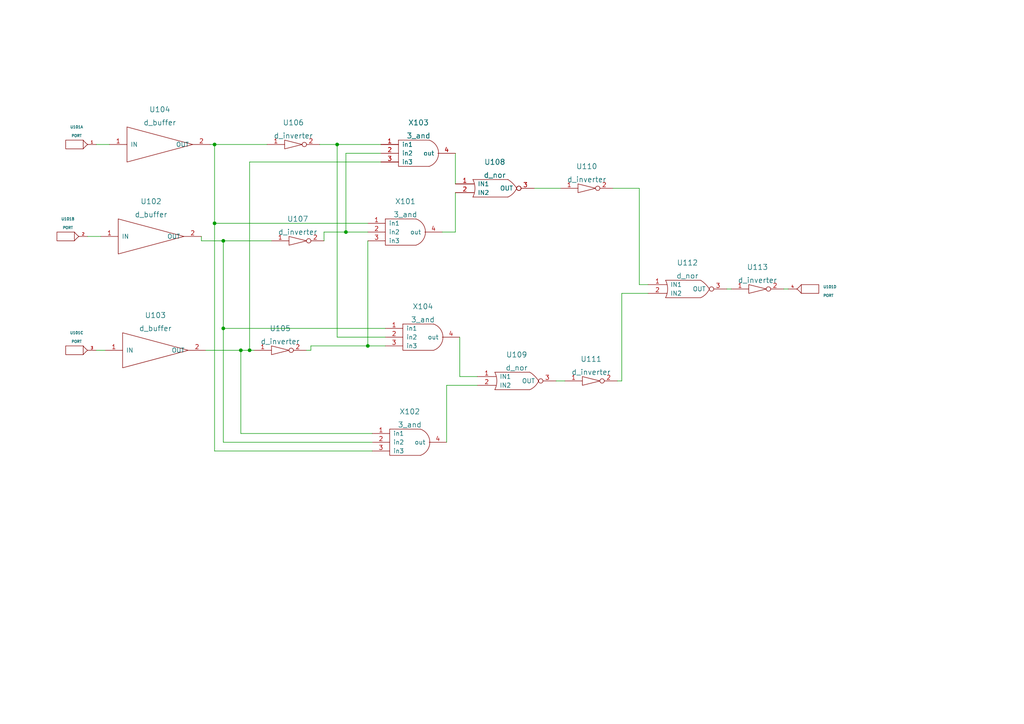
<source format=kicad_sch>
(kicad_sch (version 20211123) (generator eeschema)
  (paper "A4")
  (lib_symbols
    (symbol "eSim_Digital:d_buffer" (pin_names (offset 1.016))
      (property "Reference" "U" (at 0 -1.27 0))
      (property "Value" "d_buffer" (at 0 1.27 0))
      (symbol "d_buffer_0_1"
        (polyline (pts (xy -7.62 5.08) (xy -7.62 -5.08) (xy 11.43 0) (xy -7.62 5.08)))
      )
      (symbol "d_buffer_1_1"
        (pin input line (at -12.7 0 0) (length 5.08) (name "IN") (number "1"))
        (pin output line (at 16.51 0 180) (length 5.08) (name "OUT") (number "2"))
      )
    )
    (symbol "eSim_Digital:d_inverter" (pin_names (offset 1.016))
      (property "Reference" "U" (at 0 -2.54 0))
      (property "Value" "d_inverter" (at 0 3.81 0))
      (symbol "d_inverter_0_1"
        (polyline (pts (xy -2.54 1.27) (xy -2.54 -1.27) (xy 2.54 0) (xy -2.54 1.27)))
      )
      (symbol "d_inverter_1_1"
        (pin input line (at -7.62 0 0) (length 5.08) (name "~") (number "1"))
        (pin output inverted (at 7.62 0 180) (length 5.08) (name "~") (number "2"))
      )
    )
    (symbol "eSim_Digital:d_nor" (pin_names (offset 1.016))
      (property "Reference" "U" (at 0 0 0))
      (property "Value" "d_nor" (at 1.27 2.54 0))
      (symbol "d_nor_0_1"
        (arc (start -6.35 -1.27) (mid -5.7504 1.27) (end -6.35 3.81))
        (polyline (pts (xy -6.35 -1.27) (xy 3.81 -1.27)))
        (polyline (pts (xy -6.35 3.81) (xy 3.81 3.81)))
        (arc (start 3.81 -1.27) (mid 5.3181 -0.2399) (end 6.35 1.27))
        (arc (start 6.35 1.27) (mid 5.2222 2.6828) (end 3.81 3.81))
      )
      (symbol "d_nor_1_1"
        (pin input line (at -11.43 2.54 0) (length 5.461) (name "IN1") (number "1"))
        (pin input line (at -11.43 0 0) (length 5.461) (name "IN2") (number "2"))
        (pin output inverted (at 11.43 1.27 180) (length 5.08) (name "OUT") (number "3"))
      )
    )
    (symbol "eSim_Miscellaneous:PORT" (pin_names (offset 1.016))
      (property "Reference" "U" (at 1.27 2.54 0))
      (property "Value" "PORT" (at 0 0 0))
      (symbol "PORT_0_1"
        (rectangle (start -2.54 1.27) (end 2.54 -1.27))
        (arc (start 2.54 1.27) (mid 3.1355 0.5955) (end 3.81 0))
        (arc (start 3.81 0) (mid 3.1447 -0.6046) (end 2.54 -1.27))
      )
      (symbol "PORT_1_1"
        (pin bidirectional line (at 6.35 0 180) (length 2.54) (name "~") (number "1"))
      )
      (symbol "PORT_2_1"
        (pin bidirectional line (at 6.35 0 180) (length 2.54) (name "~") (number "2"))
      )
      (symbol "PORT_3_1"
        (pin bidirectional line (at 6.35 0 180) (length 2.54) (name "~") (number "3"))
      )
      (symbol "PORT_4_1"
        (pin bidirectional line (at 6.35 0 180) (length 2.54) (name "~") (number "4"))
      )
      (symbol "PORT_5_1"
        (pin bidirectional line (at 6.35 0 180) (length 2.54) (name "~") (number "5"))
      )
      (symbol "PORT_6_1"
        (pin bidirectional line (at 6.35 0 180) (length 2.54) (name "~") (number "6"))
      )
      (symbol "PORT_7_1"
        (pin bidirectional line (at 6.35 0 180) (length 2.54) (name "~") (number "7"))
      )
      (symbol "PORT_8_1"
        (pin bidirectional line (at 6.35 0 180) (length 2.54) (name "~") (number "8"))
      )
      (symbol "PORT_9_1"
        (pin bidirectional line (at 6.35 0 180) (length 2.54) (name "~") (number "9"))
      )
      (symbol "PORT_10_1"
        (pin bidirectional line (at 6.35 0 180) (length 2.54) (name "~") (number "10"))
      )
      (symbol "PORT_11_1"
        (pin bidirectional line (at 6.35 0 180) (length 2.54) (name "~") (number "11"))
      )
      (symbol "PORT_12_1"
        (pin bidirectional line (at 6.35 0 180) (length 2.54) (name "~") (number "12"))
      )
      (symbol "PORT_13_1"
        (pin bidirectional line (at 6.35 0 180) (length 2.54) (name "~") (number "13"))
      )
      (symbol "PORT_14_1"
        (pin bidirectional line (at 6.35 0 180) (length 2.54) (name "~") (number "14"))
      )
      (symbol "PORT_15_1"
        (pin bidirectional line (at 6.35 0 180) (length 2.54) (name "~") (number "15"))
      )
      (symbol "PORT_16_1"
        (pin bidirectional line (at 6.35 0 180) (length 2.54) (name "~") (number "16"))
      )
      (symbol "PORT_17_1"
        (pin bidirectional line (at 6.35 0 180) (length 2.54) (name "~") (number "17"))
      )
      (symbol "PORT_18_1"
        (pin bidirectional line (at 6.35 0 180) (length 2.54) (name "~") (number "18"))
      )
      (symbol "PORT_19_1"
        (pin bidirectional line (at 6.35 0 180) (length 2.54) (name "~") (number "19"))
      )
      (symbol "PORT_20_1"
        (pin bidirectional line (at 6.35 0 180) (length 2.54) (name "~") (number "20"))
      )
      (symbol "PORT_21_1"
        (pin bidirectional line (at 6.35 0 180) (length 2.54) (name "~") (number "21"))
      )
      (symbol "PORT_22_1"
        (pin bidirectional line (at 6.35 0 180) (length 2.54) (name "~") (number "22"))
      )
      (symbol "PORT_23_1"
        (pin bidirectional line (at 6.35 0 180) (length 2.54) (name "~") (number "23"))
      )
      (symbol "PORT_24_1"
        (pin bidirectional line (at 6.35 0 180) (length 2.54) (name "~") (number "24"))
      )
      (symbol "PORT_25_1"
        (pin bidirectional line (at 6.35 0 180) (length 2.54) (name "~") (number "25"))
      )
      (symbol "PORT_26_1"
        (pin bidirectional line (at 6.35 0 180) (length 2.54) (name "~") (number "26"))
      )
    )
    (symbol "eSim_Subckt:3_and" (pin_names (offset 1.016))
      (property "Reference" "X" (at 2.54 -1.27 0))
      (property "Value" "3_and" (at 3.81 3.81 0))
      (symbol "3_and_0_1"
        (polyline (pts (xy -3.81 5.08) (xy 5.08 5.08)))
        (polyline (pts (xy -3.81 5.08) (xy -3.81 -2.54) (xy 5.08 -2.54)))
        (arc (start 5.08 -2.54) (mid 7.8261 1.27) (end 5.08 5.08))
      )
      (symbol "3_and_1_1"
        (pin input line (at -8.89 3.81 0) (length 5.08) (name "in1") (number "1"))
        (pin input line (at -8.89 1.27 0) (length 5.08) (name "in2") (number "2"))
        (pin input line (at -8.89 -1.27 0) (length 5.08) (name "in3") (number "3"))
        (pin output line (at 12.7 1.27 180) (length 5.08) (name "out") (number "4"))
      )
    )
  )
  (junction (at 97.79 41.91))
  (junction (at 72.39 101.6))
  (junction (at 106.68 100.33))
  (junction (at 100.33 67.31))
  (junction (at 69.85 101.6))
  (junction (at 64.77 69.85))
  (junction (at 64.77 95.25))
  (junction (at 62.23 41.91))
  (junction (at 62.23 64.77))
  (wire (pts (xy 111.76 100.33) (xy 106.68 100.33)))
  (wire (pts (xy 106.68 67.31) (xy 100.33 67.31)))
  (wire (pts (xy 227.33 83.82) (xy 228.6 83.82)))
  (wire (pts (xy 90.17 100.33) (xy 90.17 101.6)))
  (wire (pts (xy 212.09 83.82) (xy 210.82 83.82)))
  (wire (pts (xy 78.74 69.85) (xy 64.77 69.85)))
  (wire (pts (xy 107.95 130.81) (xy 62.23 130.81)))
  (wire (pts (xy 106.68 64.77) (xy 62.23 64.77)))
  (wire (pts (xy 107.95 125.73) (xy 69.85 125.73)))
  (wire (pts (xy 25.4 68.58) (xy 29.21 68.58)))
  (wire (pts (xy 100.33 67.31) (xy 93.98 67.31)))
  (wire (pts (xy 62.23 41.91) (xy 77.47 41.91)))
  (wire (pts (xy 27.94 101.6) (xy 30.48 101.6)))
  (wire (pts (xy 27.94 41.91) (xy 31.75 41.91)))
  (wire (pts (xy 107.95 128.27) (xy 64.77 128.27)))
  (wire (pts (xy 92.71 41.91) (xy 97.79 41.91)))
  (wire (pts (xy 154.94 54.61) (xy 162.56 54.61)))
  (wire (pts (xy 161.29 110.49) (xy 163.83 110.49)))
  (wire (pts (xy 72.39 46.99) (xy 72.39 101.6)))
  (wire (pts (xy 58.42 69.85) (xy 58.42 68.58)))
  (wire (pts (xy 110.49 46.99) (xy 72.39 46.99)))
  (wire (pts (xy 132.08 67.31) (xy 128.27 67.31)))
  (wire (pts (xy 97.79 97.79) (xy 97.79 41.91)))
  (wire (pts (xy 187.96 85.09) (xy 180.34 85.09)))
  (wire (pts (xy 69.85 125.73) (xy 69.85 101.6)))
  (wire (pts (xy 64.77 69.85) (xy 58.42 69.85)))
  (wire (pts (xy 60.96 41.91) (xy 62.23 41.91)))
  (wire (pts (xy 185.42 54.61) (xy 185.42 82.55)))
  (wire (pts (xy 111.76 97.79) (xy 97.79 97.79)))
  (wire (pts (xy 180.34 110.49) (xy 179.07 110.49)))
  (wire (pts (xy 93.98 67.31) (xy 93.98 69.85)))
  (wire (pts (xy 180.34 85.09) (xy 180.34 110.49)))
  (wire (pts (xy 110.49 44.45) (xy 100.33 44.45)))
  (wire (pts (xy 64.77 95.25) (xy 64.77 128.27)))
  (wire (pts (xy 133.35 109.22) (xy 138.43 109.22)))
  (wire (pts (xy 132.08 44.45) (xy 132.08 53.34)))
  (wire (pts (xy 64.77 69.85) (xy 64.77 95.25)))
  (wire (pts (xy 59.69 101.6) (xy 69.85 101.6)))
  (wire (pts (xy 100.33 44.45) (xy 100.33 67.31)))
  (wire (pts (xy 132.08 55.88) (xy 132.08 67.31)))
  (wire (pts (xy 177.8 54.61) (xy 185.42 54.61)))
  (wire (pts (xy 185.42 82.55) (xy 187.96 82.55)))
  (wire (pts (xy 69.85 101.6) (xy 72.39 101.6)))
  (wire (pts (xy 106.68 100.33) (xy 90.17 100.33)))
  (wire (pts (xy 106.68 69.85) (xy 106.68 100.33)))
  (wire (pts (xy 129.54 111.76) (xy 129.54 128.27)))
  (wire (pts (xy 97.79 41.91) (xy 110.49 41.91)))
  (wire (pts (xy 133.35 97.79) (xy 133.35 109.22)))
  (wire (pts (xy 88.9 101.6) (xy 90.17 101.6)))
  (wire (pts (xy 111.76 95.25) (xy 64.77 95.25)))
  (wire (pts (xy 62.23 64.77) (xy 62.23 130.81)))
  (wire (pts (xy 72.39 101.6) (xy 73.66 101.6)))
  (wire (pts (xy 62.23 41.91) (xy 62.23 64.77)))
  (wire (pts (xy 138.43 111.76) (xy 129.54 111.76)))
  (symbol (lib_id "eSim_Digital:d_nor") (at 143.51 55.88 0) (unit 1)
    (property "Reference" "U108" (at 143.51 46.99 0) (effects (font (size 1.524 1.524))))
    (property "Value" "d_nor" (at 143.51 50.8 0) (effects (font (size 1.524 1.524))))
  )
  (symbol (lib_id "eSim_Digital:d_inverter") (at 85.09 41.91 0) (unit 1)
    (property "Reference" "U106" (at 85.09 35.56 0) (effects (font (size 1.524 1.524))))
    (property "Value" "d_inverter" (at 85.09 39.37 0) (effects (font (size 1.524 1.524))))
  )
  (symbol (lib_id "eSim_Digital:d_inverter") (at 170.18 54.61 0) (unit 1)
    (property "Reference" "U110" (at 170.18 48.26 0) (effects (font (size 1.524 1.524))))
    (property "Value" "d_inverter" (at 170.18 52.07 0) (effects (font (size 1.524 1.524))))
  )
  (symbol (lib_id "eSim_Digital:d_buffer") (at 43.18 101.6 0) (unit 1)
    (property "Reference" "U103" (at 45.085 91.44 0) (effects (font (size 1.524 1.524))))
    (property "Value" "d_buffer" (at 45.085 95.25 0) (effects (font (size 1.524 1.524))))
  )
  (symbol (lib_id "eSim_Digital:d_nor") (at 149.86 111.76 0) (unit 1)
    (property "Reference" "U109" (at 149.86 102.87 0) (effects (font (size 1.524 1.524))))
    (property "Value" "d_nor" (at 149.86 106.68 0) (effects (font (size 1.524 1.524))))
  )
  (symbol (lib_id "eSim_Digital:d_nor") (at 199.39 85.09 0) (unit 1)
    (property "Reference" "U112" (at 199.39 76.2 0) (effects (font (size 1.524 1.524))))
    (property "Value" "d_nor" (at 199.39 80.01 0) (effects (font (size 1.524 1.524))))
  )
  (symbol (lib_id "eSim_Digital:d_buffer") (at 41.91 68.58 0) (unit 1)
    (property "Reference" "U102" (at 43.815 58.42 0) (effects (font (size 1.524 1.524))))
    (property "Value" "d_buffer" (at 43.815 62.23 0) (effects (font (size 1.524 1.524))))
  )
  (symbol (lib_id "eSim_Digital:d_inverter") (at 171.45 110.49 0) (unit 1)
    (property "Reference" "U111" (at 171.45 104.14 0) (effects (font (size 1.524 1.524))))
    (property "Value" "d_inverter" (at 171.45 107.95 0) (effects (font (size 1.524 1.524))))
  )
  (symbol (lib_id "eSim_Digital:d_buffer") (at 44.45 41.91 0) (unit 1)
    (property "Reference" "U104" (at 46.355 31.75 0) (effects (font (size 1.524 1.524))))
    (property "Value" "d_buffer" (at 46.355 35.56 0) (effects (font (size 1.524 1.524))))
  )
  (symbol (lib_id "eSim_Digital:d_inverter") (at 86.36 69.85 0) (unit 1)
    (property "Reference" "U107" (at 86.36 63.5 0) (effects (font (size 1.524 1.524))))
    (property "Value" "d_inverter" (at 86.36 67.31 0) (effects (font (size 1.524 1.524))))
  )
  (symbol (lib_id "eSim_Miscellaneous:PORT") (at 234.95 83.82 180) (unit 4)
    (property "Reference" "U101" (at 238.76 83.185 0) (effects (font (size 0.762 0.762)) (justify right)))
    (property "Value" "PORT" (at 238.76 85.725 0) (effects (font (size 0.762 0.762)) (justify right)))
  )
  (symbol (lib_id "eSim_Miscellaneous:PORT") (at 19.05 68.58 0) (unit 2)
    (property "Reference" "U101" (at 19.685 63.5 0) (effects (font (size 0.762 0.762))))
    (property "Value" "PORT" (at 19.685 66.04 0) (effects (font (size 0.762 0.762))))
  )
  (symbol (lib_id "eSim_Subckt:3_and") (at 115.57 68.58 0) (unit 1)
    (property "Reference" "X101" (at 117.578 58.42 0) (effects (font (size 1.524 1.524))))
    (property "Value" "3_and" (at 117.578 62.23 0) (effects (font (size 1.524 1.524))))
  )
  (symbol (lib_id "eSim_Subckt:3_and") (at 119.38 45.72 0) (unit 1)
    (property "Reference" "X103" (at 121.388 35.56 0) (effects (font (size 1.524 1.524))))
    (property "Value" "3_and" (at 121.388 39.37 0) (effects (font (size 1.524 1.524))))
  )
  (symbol (lib_id "eSim_Subckt:3_and") (at 120.65 99.06 0) (unit 1)
    (property "Reference" "X104" (at 122.658 88.9 0) (effects (font (size 1.524 1.524))))
    (property "Value" "3_and" (at 122.658 92.71 0) (effects (font (size 1.524 1.524))))
  )
  (symbol (lib_id "eSim_Subckt:3_and") (at 116.84 129.54 0) (unit 1)
    (property "Reference" "X102" (at 118.848 119.38 0) (effects (font (size 1.524 1.524))))
    (property "Value" "3_and" (at 118.848 123.19 0) (effects (font (size 1.524 1.524))))
  )
  (symbol (lib_id "eSim_Miscellaneous:PORT") (at 21.59 41.91 0) (unit 1)
    (property "Reference" "U101" (at 22.225 36.83 0) (effects (font (size 0.762 0.762))))
    (property "Value" "PORT" (at 22.225 39.37 0) (effects (font (size 0.762 0.762))))
  )
  (symbol (lib_id "eSim_Miscellaneous:PORT") (at 21.59 101.6 0) (unit 3)
    (property "Reference" "U101" (at 22.225 96.52 0) (effects (font (size 0.762 0.762))))
    (property "Value" "PORT" (at 22.225 99.06 0) (effects (font (size 0.762 0.762))))
  )
  (symbol (lib_id "eSim_Digital:d_inverter") (at 81.28 101.6 0) (unit 1)
    (property "Reference" "U105" (at 81.28 95.25 0) (effects (font (size 1.524 1.524))))
    (property "Value" "d_inverter" (at 81.28 99.06 0) (effects (font (size 1.524 1.524))))
  )
  (symbol (lib_id "eSim_Digital:d_inverter") (at 219.71 83.82 0) (unit 1)
    (property "Reference" "U113" (at 219.71 77.47 0) (effects (font (size 1.524 1.524))))
    (property "Value" "d_inverter" (at 219.71 81.28 0) (effects (font (size 1.524 1.524))))
  )
)
</source>
